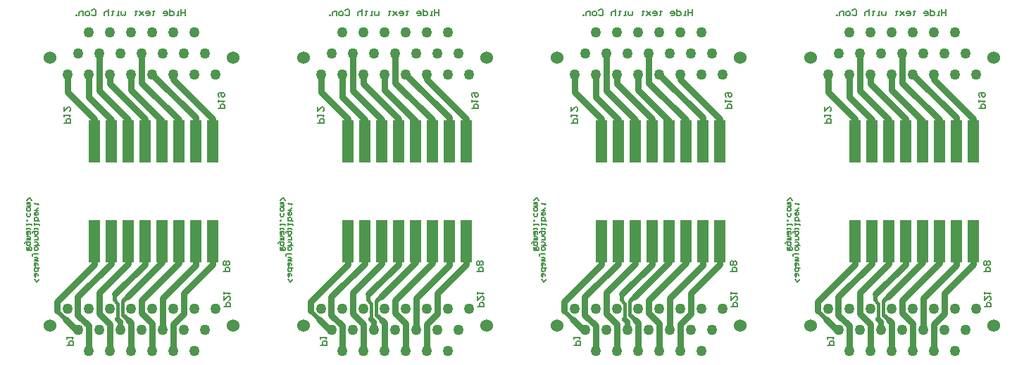
<source format=gbl>
%FSLAX24Y24*%
%MOIN*%
G70*
G01*
G75*
G04 Layer_Physical_Order=2*
G04 Layer_Color=16711680*
%ADD10R,0.0550X0.2000*%
%ADD11C,0.0300*%
%ADD12C,0.0050*%
%ADD13C,0.0200*%
%ADD14C,0.0150*%
%ADD15C,0.0250*%
%ADD16C,0.0600*%
%ADD17C,0.0500*%
D10*
X62460Y27840D02*
D03*
X63260D02*
D03*
X64060D02*
D03*
X64860D02*
D03*
X61660D02*
D03*
X60860D02*
D03*
X60060D02*
D03*
X59260D02*
D03*
X50460D02*
D03*
X51260D02*
D03*
X52060D02*
D03*
X52860D02*
D03*
X49660D02*
D03*
X48860D02*
D03*
X48060D02*
D03*
X47260D02*
D03*
X38460D02*
D03*
X39260D02*
D03*
X40060D02*
D03*
X40860D02*
D03*
X37660D02*
D03*
X36860D02*
D03*
X36060D02*
D03*
X35260D02*
D03*
X26460D02*
D03*
X27260D02*
D03*
X28060D02*
D03*
X28860D02*
D03*
X25660D02*
D03*
X24860D02*
D03*
X24060D02*
D03*
X23260D02*
D03*
Y32580D02*
D03*
X24060D02*
D03*
X24860D02*
D03*
X25660D02*
D03*
X26460D02*
D03*
X27260D02*
D03*
X28060D02*
D03*
X28860D02*
D03*
X35260D02*
D03*
X36060D02*
D03*
X36860D02*
D03*
X37660D02*
D03*
X38460D02*
D03*
X39260D02*
D03*
X40060D02*
D03*
X40860D02*
D03*
X47260D02*
D03*
X48060D02*
D03*
X48860D02*
D03*
X49660D02*
D03*
X50460D02*
D03*
X51260D02*
D03*
X52060D02*
D03*
X52860D02*
D03*
X59260D02*
D03*
X60060D02*
D03*
X60860D02*
D03*
X61660D02*
D03*
X62460D02*
D03*
X63260D02*
D03*
X64060D02*
D03*
X64860D02*
D03*
D11*
X57500Y25000D02*
X59260Y26760D01*
X57500Y24550D02*
Y25000D01*
X58490Y24350D02*
Y25220D01*
X59000Y23840D02*
X58490Y24350D01*
X59000Y22650D02*
Y23840D01*
X58400Y23650D02*
X57911Y24139D01*
X60000Y23910D02*
X59500Y24410D01*
X62000Y23940D02*
X61500Y24440D01*
X63000Y23920D02*
X63500Y24420D01*
X63000Y22650D02*
Y23920D01*
X59260Y27660D02*
X59270Y27670D01*
X59260Y26760D02*
Y27660D01*
X62000Y22650D02*
Y23940D01*
X60000Y22650D02*
Y23910D01*
X61660Y27660D02*
X61670Y27670D01*
X64860Y27660D02*
X64870Y27670D01*
X61000Y22650D02*
Y23990D01*
X60880Y24110D01*
X58490Y25220D02*
X60060Y26790D01*
Y27660D01*
X60870Y26800D02*
Y27670D01*
X63500Y24420D02*
Y25400D01*
X64860Y26760D01*
Y27660D01*
X62500Y23650D02*
Y25150D01*
X64070Y26720D01*
Y27670D01*
X61660Y26760D02*
Y27660D01*
X62470Y26870D02*
Y27670D01*
X63270Y26820D02*
Y27670D01*
X59500Y24410D02*
Y25430D01*
X60870Y26800D01*
X61500Y24440D02*
Y25050D01*
X63270Y26820D01*
X60830Y25230D02*
X62470Y26870D01*
X60240Y25340D02*
X61660Y26760D01*
X45500Y25000D02*
X47260Y26760D01*
X45500Y24550D02*
Y25000D01*
X46490Y24350D02*
Y25220D01*
X47000Y23840D02*
X46490Y24350D01*
X47000Y22650D02*
Y23840D01*
X46400Y23650D02*
X45911Y24139D01*
X48000Y23910D02*
X47500Y24410D01*
X50000Y23940D02*
X49500Y24440D01*
X51000Y23920D02*
X51500Y24420D01*
X51000Y22650D02*
Y23920D01*
X47260Y27660D02*
X47270Y27670D01*
X47260Y26760D02*
Y27660D01*
X50000Y22650D02*
Y23940D01*
X48000Y22650D02*
Y23910D01*
X49660Y27660D02*
X49670Y27670D01*
X52860Y27660D02*
X52870Y27670D01*
X49000Y22650D02*
Y23990D01*
X48880Y24110D01*
X46490Y25220D02*
X48060Y26790D01*
Y27660D01*
X48870Y26800D02*
Y27670D01*
X51500Y24420D02*
Y25400D01*
X52860Y26760D01*
Y27660D01*
X50500Y23650D02*
Y25150D01*
X52070Y26720D01*
Y27670D01*
X49660Y26760D02*
Y27660D01*
X50470Y26870D02*
Y27670D01*
X51270Y26820D02*
Y27670D01*
X47500Y24410D02*
Y25430D01*
X48870Y26800D01*
X49500Y24440D02*
Y25050D01*
X51270Y26820D01*
X48830Y25230D02*
X50470Y26870D01*
X48240Y25340D02*
X49660Y26760D01*
X33500Y25000D02*
X35260Y26760D01*
X33500Y24550D02*
Y25000D01*
X34490Y24350D02*
Y25220D01*
X35000Y23840D02*
X34490Y24350D01*
X35000Y22650D02*
Y23840D01*
X34400Y23650D02*
X33911Y24139D01*
X36000Y23910D02*
X35500Y24410D01*
X38000Y23940D02*
X37500Y24440D01*
X39000Y23920D02*
X39500Y24420D01*
X39000Y22650D02*
Y23920D01*
X35260Y27660D02*
X35270Y27670D01*
X35260Y26760D02*
Y27660D01*
X38000Y22650D02*
Y23940D01*
X36000Y22650D02*
Y23910D01*
X37660Y27660D02*
X37670Y27670D01*
X40860Y27660D02*
X40870Y27670D01*
X37000Y22650D02*
Y23990D01*
X36880Y24110D01*
X34490Y25220D02*
X36060Y26790D01*
Y27660D01*
X36870Y26800D02*
Y27670D01*
X39500Y24420D02*
Y25400D01*
X40860Y26760D01*
Y27660D01*
X38500Y23650D02*
Y25150D01*
X40070Y26720D01*
Y27670D01*
X37660Y26760D02*
Y27660D01*
X38470Y26870D02*
Y27670D01*
X39270Y26820D02*
Y27670D01*
X35500Y24410D02*
Y25430D01*
X36870Y26800D01*
X37500Y24440D02*
Y25050D01*
X39270Y26820D01*
X36830Y25230D02*
X38470Y26870D01*
X36240Y25340D02*
X37660Y26760D01*
X21500Y25000D02*
X23260Y26760D01*
X21500Y24550D02*
Y25000D01*
X22490Y24350D02*
Y25220D01*
X23000Y23840D02*
X22490Y24350D01*
X23000Y22650D02*
Y23840D01*
X22400Y23650D02*
X21911Y24139D01*
X24000Y23910D02*
X23500Y24410D01*
X26000Y23940D02*
X25500Y24440D01*
X27000Y23920D02*
X27500Y24420D01*
X27000Y22650D02*
Y23920D01*
X23260Y27660D02*
X23270Y27670D01*
X23260Y26760D02*
Y27660D01*
X26000Y22650D02*
Y23940D01*
X24000Y22650D02*
Y23910D01*
X25660Y27660D02*
X25670Y27670D01*
X28860Y27660D02*
X28870Y27670D01*
X25000Y22650D02*
Y23990D01*
X24880Y24110D01*
X22490Y25220D02*
X24060Y26790D01*
Y27660D01*
X24870Y26800D02*
Y27670D01*
X27500Y24420D02*
Y25400D01*
X28860Y26760D01*
Y27660D01*
X26500Y23650D02*
Y25150D01*
X28070Y26720D01*
Y27670D01*
X25660Y26760D02*
Y27660D01*
X26470Y26870D02*
Y27670D01*
X27270Y26820D02*
Y27670D01*
X23500Y24410D02*
Y25430D01*
X24870Y26800D01*
X25500Y24440D02*
Y25050D01*
X27270Y26820D01*
X24830Y25230D02*
X26470Y26870D01*
X24240Y25340D02*
X25660Y26760D01*
X23260Y33660D02*
Y32750D01*
X22000Y34920D02*
X23260Y33660D01*
X22000Y35770D02*
Y34920D01*
X25500Y36770D02*
Y35370D01*
X27260Y33610D02*
Y32750D01*
X25500Y35370D02*
X27260Y33610D01*
X23000Y35770D02*
Y34690D01*
X24060Y33630D01*
Y32750D01*
X23500Y36770D02*
Y34990D01*
X24860Y33630D01*
Y32750D01*
X24000Y35770D02*
Y35320D01*
X25660Y33660D01*
Y32750D01*
X25000Y35020D02*
X26460Y33560D01*
Y32750D01*
X28060Y33710D02*
Y32750D01*
X26000Y35770D02*
X28060Y33710D01*
X27000Y35770D02*
Y35520D01*
X28860Y33660D01*
Y32750D01*
X25000Y35770D02*
Y35020D01*
X35260Y33660D02*
Y32750D01*
X34000Y34920D02*
X35260Y33660D01*
X34000Y35770D02*
Y34920D01*
X37500Y36770D02*
Y35370D01*
X39260Y33610D02*
Y32750D01*
X37500Y35370D02*
X39260Y33610D01*
X35000Y35770D02*
Y34690D01*
X36060Y33630D01*
Y32750D01*
X35500Y36770D02*
Y34990D01*
X36860Y33630D01*
Y32750D01*
X36000Y35770D02*
Y35320D01*
X37660Y33660D01*
Y32750D01*
X37000Y35020D02*
X38460Y33560D01*
Y32750D01*
X40060Y33710D02*
Y32750D01*
X38000Y35770D02*
X40060Y33710D01*
X39000Y35770D02*
Y35520D01*
X40860Y33660D01*
Y32750D01*
X37000Y35770D02*
Y35020D01*
X47260Y33660D02*
Y32750D01*
X46000Y34920D02*
X47260Y33660D01*
X46000Y35770D02*
Y34920D01*
X49500Y36770D02*
Y35370D01*
X51260Y33610D02*
Y32750D01*
X49500Y35370D02*
X51260Y33610D01*
X47000Y35770D02*
Y34690D01*
X48060Y33630D01*
Y32750D01*
X47500Y36770D02*
Y34990D01*
X48860Y33630D01*
Y32750D01*
X48000Y35770D02*
Y35320D01*
X49660Y33660D01*
Y32750D01*
X49000Y35020D02*
X50460Y33560D01*
Y32750D01*
X52060Y33710D02*
Y32750D01*
X50000Y35770D02*
X52060Y33710D01*
X51000Y35770D02*
Y35520D01*
X52860Y33660D01*
Y32750D01*
X49000Y35770D02*
Y35020D01*
X59260Y33660D02*
Y32750D01*
X58000Y34920D02*
X59260Y33660D01*
X58000Y35770D02*
Y34920D01*
X61500Y36770D02*
Y35370D01*
X63260Y33610D02*
Y32750D01*
X61500Y35370D02*
X63260Y33610D01*
X59000Y35770D02*
Y34690D01*
X60060Y33630D01*
Y32750D01*
X59500Y36770D02*
Y34990D01*
X60860Y33630D01*
Y32750D01*
X60000Y35770D02*
Y35320D01*
X61660Y33660D01*
Y32750D01*
X61000Y35020D02*
X62460Y33560D01*
Y32750D01*
X64060Y33710D02*
Y32750D01*
X62000Y35770D02*
X64060Y33710D01*
X63000Y35770D02*
Y35520D01*
X64860Y33660D01*
Y32750D01*
X61000Y35770D02*
Y35020D01*
D12*
X65370Y26410D02*
X65670D01*
Y26560D01*
X65620Y26610D01*
X65520D01*
X65470Y26560D01*
Y26410D01*
X65620Y26710D02*
X65670Y26760D01*
Y26860D01*
X65620Y26910D01*
X65570D01*
X65520Y26860D01*
X65470Y26910D01*
X65420D01*
X65370Y26860D01*
Y26760D01*
X65420Y26710D01*
X65470D01*
X65520Y26760D01*
X65570Y26710D01*
X65620D01*
X65520Y26760D02*
Y26860D01*
X65400Y24740D02*
X65700D01*
Y24890D01*
X65650Y24940D01*
X65550D01*
X65500Y24890D01*
Y24740D01*
X65400Y25240D02*
Y25040D01*
X65600Y25240D01*
X65650D01*
X65700Y25190D01*
Y25090D01*
X65650Y25040D01*
X65400Y25340D02*
Y25440D01*
Y25390D01*
X65700D01*
X65650Y25340D01*
X57990Y22930D02*
X58290D01*
Y23080D01*
X58240Y23130D01*
X58140D01*
X58090Y23080D01*
Y22930D01*
X57990Y23230D02*
Y23330D01*
Y23280D01*
X58290D01*
X58240Y23230D01*
X56430Y26045D02*
X56555Y25920D01*
X56680Y26045D01*
X56597Y26212D02*
Y26295D01*
X56555Y26337D01*
X56430D01*
Y26212D01*
X56472Y26170D01*
X56513Y26212D01*
Y26337D01*
X56680Y26586D02*
X56430D01*
Y26461D01*
X56472Y26420D01*
X56555D01*
X56597Y26461D01*
Y26586D01*
Y26711D02*
Y26795D01*
X56555Y26836D01*
X56430D01*
Y26711D01*
X56472Y26670D01*
X56513Y26711D01*
Y26836D01*
X56430Y26920D02*
X56597D01*
Y26961D01*
X56555Y27003D01*
X56430D01*
X56555D01*
X56597Y27045D01*
X56555Y27086D01*
X56430D01*
X56347Y27170D02*
Y27211D01*
X56388Y27253D01*
X56597D01*
X56430Y27461D02*
Y27544D01*
X56472Y27586D01*
X56555D01*
X56597Y27544D01*
Y27461D01*
X56555Y27420D01*
X56472D01*
X56430Y27461D01*
X56680Y27669D02*
X56430D01*
X56555D01*
X56597Y27711D01*
Y27794D01*
X56555Y27836D01*
X56430D01*
Y27919D02*
X56597D01*
Y28044D01*
X56555Y28086D01*
X56430D01*
X56347Y28253D02*
Y28294D01*
X56388Y28336D01*
X56597D01*
Y28211D01*
X56555Y28169D01*
X56472D01*
X56430Y28211D01*
Y28336D01*
Y28419D02*
Y28503D01*
Y28461D01*
X56597D01*
Y28419D01*
X56430Y28627D02*
Y28711D01*
Y28669D01*
X56680D01*
Y28627D01*
Y28836D02*
X56430D01*
Y28961D01*
X56472Y29002D01*
X56513D01*
X56555D01*
X56597Y28961D01*
Y28836D01*
X56430Y29211D02*
Y29127D01*
X56472Y29086D01*
X56555D01*
X56597Y29127D01*
Y29211D01*
X56555Y29252D01*
X56513D01*
Y29086D01*
X56597Y29336D02*
X56430D01*
X56513D01*
X56555Y29377D01*
X56597Y29419D01*
Y29461D01*
X56638Y29627D02*
X56597D01*
Y29585D01*
Y29669D01*
Y29627D01*
X56472D01*
X56430Y29669D01*
X56153Y27535D02*
X56195D01*
Y27493D01*
X56153D01*
Y27535D01*
X56195Y27577D01*
X56278D01*
X56320Y27535D01*
Y27452D01*
X56278Y27410D01*
X56112D01*
X56070Y27452D01*
Y27577D01*
X55987Y27743D02*
Y27785D01*
X56028Y27827D01*
X56237D01*
Y27702D01*
X56195Y27660D01*
X56112D01*
X56070Y27702D01*
Y27827D01*
Y27910D02*
X56237D01*
Y27951D01*
X56195Y27993D01*
X56070D01*
X56195D01*
X56237Y28035D01*
X56195Y28076D01*
X56070D01*
X56237Y28201D02*
Y28285D01*
X56195Y28326D01*
X56070D01*
Y28201D01*
X56112Y28160D01*
X56153Y28201D01*
Y28326D01*
X56070Y28410D02*
Y28493D01*
Y28451D01*
X56237D01*
Y28410D01*
X56070Y28618D02*
Y28701D01*
Y28660D01*
X56320D01*
Y28618D01*
X56070Y28826D02*
X56112D01*
Y28868D01*
X56070D01*
Y28826D01*
X56237Y29201D02*
Y29076D01*
X56195Y29034D01*
X56112D01*
X56070Y29076D01*
Y29201D01*
Y29326D02*
Y29409D01*
X56112Y29451D01*
X56195D01*
X56237Y29409D01*
Y29326D01*
X56195Y29284D01*
X56112D01*
X56070Y29326D01*
Y29534D02*
X56237D01*
Y29576D01*
X56195Y29618D01*
X56070D01*
X56195D01*
X56237Y29659D01*
X56195Y29701D01*
X56070D01*
Y29784D02*
X56195Y29909D01*
X56320Y29784D01*
X53370Y26410D02*
X53670D01*
Y26560D01*
X53620Y26610D01*
X53520D01*
X53470Y26560D01*
Y26410D01*
X53620Y26710D02*
X53670Y26760D01*
Y26860D01*
X53620Y26910D01*
X53570D01*
X53520Y26860D01*
X53470Y26910D01*
X53420D01*
X53370Y26860D01*
Y26760D01*
X53420Y26710D01*
X53470D01*
X53520Y26760D01*
X53570Y26710D01*
X53620D01*
X53520Y26760D02*
Y26860D01*
X53400Y24740D02*
X53700D01*
Y24890D01*
X53650Y24940D01*
X53550D01*
X53500Y24890D01*
Y24740D01*
X53400Y25240D02*
Y25040D01*
X53600Y25240D01*
X53650D01*
X53700Y25190D01*
Y25090D01*
X53650Y25040D01*
X53400Y25340D02*
Y25440D01*
Y25390D01*
X53700D01*
X53650Y25340D01*
X45990Y22930D02*
X46290D01*
Y23080D01*
X46240Y23130D01*
X46140D01*
X46090Y23080D01*
Y22930D01*
X45990Y23230D02*
Y23330D01*
Y23280D01*
X46290D01*
X46240Y23230D01*
X44430Y26045D02*
X44555Y25920D01*
X44680Y26045D01*
X44597Y26212D02*
Y26295D01*
X44555Y26337D01*
X44430D01*
Y26212D01*
X44472Y26170D01*
X44513Y26212D01*
Y26337D01*
X44680Y26586D02*
X44430D01*
Y26461D01*
X44472Y26420D01*
X44555D01*
X44597Y26461D01*
Y26586D01*
Y26711D02*
Y26795D01*
X44555Y26836D01*
X44430D01*
Y26711D01*
X44472Y26670D01*
X44513Y26711D01*
Y26836D01*
X44430Y26920D02*
X44597D01*
Y26961D01*
X44555Y27003D01*
X44430D01*
X44555D01*
X44597Y27045D01*
X44555Y27086D01*
X44430D01*
X44347Y27170D02*
Y27211D01*
X44388Y27253D01*
X44597D01*
X44430Y27461D02*
Y27544D01*
X44472Y27586D01*
X44555D01*
X44597Y27544D01*
Y27461D01*
X44555Y27420D01*
X44472D01*
X44430Y27461D01*
X44680Y27669D02*
X44430D01*
X44555D01*
X44597Y27711D01*
Y27794D01*
X44555Y27836D01*
X44430D01*
Y27919D02*
X44597D01*
Y28044D01*
X44555Y28086D01*
X44430D01*
X44347Y28253D02*
Y28294D01*
X44388Y28336D01*
X44597D01*
Y28211D01*
X44555Y28169D01*
X44472D01*
X44430Y28211D01*
Y28336D01*
Y28419D02*
Y28503D01*
Y28461D01*
X44597D01*
Y28419D01*
X44430Y28627D02*
Y28711D01*
Y28669D01*
X44680D01*
Y28627D01*
Y28836D02*
X44430D01*
Y28961D01*
X44472Y29002D01*
X44513D01*
X44555D01*
X44597Y28961D01*
Y28836D01*
X44430Y29211D02*
Y29127D01*
X44472Y29086D01*
X44555D01*
X44597Y29127D01*
Y29211D01*
X44555Y29252D01*
X44513D01*
Y29086D01*
X44597Y29336D02*
X44430D01*
X44513D01*
X44555Y29377D01*
X44597Y29419D01*
Y29461D01*
X44638Y29627D02*
X44597D01*
Y29585D01*
Y29669D01*
Y29627D01*
X44472D01*
X44430Y29669D01*
X44153Y27535D02*
X44195D01*
Y27493D01*
X44153D01*
Y27535D01*
X44195Y27577D01*
X44278D01*
X44320Y27535D01*
Y27452D01*
X44278Y27410D01*
X44112D01*
X44070Y27452D01*
Y27577D01*
X43987Y27743D02*
Y27785D01*
X44028Y27827D01*
X44237D01*
Y27702D01*
X44195Y27660D01*
X44112D01*
X44070Y27702D01*
Y27827D01*
Y27910D02*
X44237D01*
Y27951D01*
X44195Y27993D01*
X44070D01*
X44195D01*
X44237Y28035D01*
X44195Y28076D01*
X44070D01*
X44237Y28201D02*
Y28285D01*
X44195Y28326D01*
X44070D01*
Y28201D01*
X44112Y28160D01*
X44153Y28201D01*
Y28326D01*
X44070Y28410D02*
Y28493D01*
Y28451D01*
X44237D01*
Y28410D01*
X44070Y28618D02*
Y28701D01*
Y28660D01*
X44320D01*
Y28618D01*
X44070Y28826D02*
X44112D01*
Y28868D01*
X44070D01*
Y28826D01*
X44237Y29201D02*
Y29076D01*
X44195Y29034D01*
X44112D01*
X44070Y29076D01*
Y29201D01*
Y29326D02*
Y29409D01*
X44112Y29451D01*
X44195D01*
X44237Y29409D01*
Y29326D01*
X44195Y29284D01*
X44112D01*
X44070Y29326D01*
Y29534D02*
X44237D01*
Y29576D01*
X44195Y29618D01*
X44070D01*
X44195D01*
X44237Y29659D01*
X44195Y29701D01*
X44070D01*
Y29784D02*
X44195Y29909D01*
X44320Y29784D01*
X41370Y26410D02*
X41670D01*
Y26560D01*
X41620Y26610D01*
X41520D01*
X41470Y26560D01*
Y26410D01*
X41620Y26710D02*
X41670Y26760D01*
Y26860D01*
X41620Y26910D01*
X41570D01*
X41520Y26860D01*
X41470Y26910D01*
X41420D01*
X41370Y26860D01*
Y26760D01*
X41420Y26710D01*
X41470D01*
X41520Y26760D01*
X41570Y26710D01*
X41620D01*
X41520Y26760D02*
Y26860D01*
X41400Y24740D02*
X41700D01*
Y24890D01*
X41650Y24940D01*
X41550D01*
X41500Y24890D01*
Y24740D01*
X41400Y25240D02*
Y25040D01*
X41600Y25240D01*
X41650D01*
X41700Y25190D01*
Y25090D01*
X41650Y25040D01*
X41400Y25340D02*
Y25440D01*
Y25390D01*
X41700D01*
X41650Y25340D01*
X33990Y22930D02*
X34290D01*
Y23080D01*
X34240Y23130D01*
X34140D01*
X34090Y23080D01*
Y22930D01*
X33990Y23230D02*
Y23330D01*
Y23280D01*
X34290D01*
X34240Y23230D01*
X32430Y26045D02*
X32555Y25920D01*
X32680Y26045D01*
X32597Y26212D02*
Y26295D01*
X32555Y26337D01*
X32430D01*
Y26212D01*
X32472Y26170D01*
X32513Y26212D01*
Y26337D01*
X32680Y26586D02*
X32430D01*
Y26461D01*
X32472Y26420D01*
X32555D01*
X32597Y26461D01*
Y26586D01*
Y26711D02*
Y26795D01*
X32555Y26836D01*
X32430D01*
Y26711D01*
X32472Y26670D01*
X32513Y26711D01*
Y26836D01*
X32430Y26920D02*
X32597D01*
Y26961D01*
X32555Y27003D01*
X32430D01*
X32555D01*
X32597Y27045D01*
X32555Y27086D01*
X32430D01*
X32347Y27170D02*
Y27211D01*
X32388Y27253D01*
X32597D01*
X32430Y27461D02*
Y27544D01*
X32472Y27586D01*
X32555D01*
X32597Y27544D01*
Y27461D01*
X32555Y27420D01*
X32472D01*
X32430Y27461D01*
X32680Y27669D02*
X32430D01*
X32555D01*
X32597Y27711D01*
Y27794D01*
X32555Y27836D01*
X32430D01*
Y27919D02*
X32597D01*
Y28044D01*
X32555Y28086D01*
X32430D01*
X32347Y28253D02*
Y28294D01*
X32388Y28336D01*
X32597D01*
Y28211D01*
X32555Y28169D01*
X32472D01*
X32430Y28211D01*
Y28336D01*
Y28419D02*
Y28503D01*
Y28461D01*
X32597D01*
Y28419D01*
X32430Y28627D02*
Y28711D01*
Y28669D01*
X32680D01*
Y28627D01*
Y28836D02*
X32430D01*
Y28961D01*
X32472Y29002D01*
X32513D01*
X32555D01*
X32597Y28961D01*
Y28836D01*
X32430Y29211D02*
Y29127D01*
X32472Y29086D01*
X32555D01*
X32597Y29127D01*
Y29211D01*
X32555Y29252D01*
X32513D01*
Y29086D01*
X32597Y29336D02*
X32430D01*
X32513D01*
X32555Y29377D01*
X32597Y29419D01*
Y29461D01*
X32638Y29627D02*
X32597D01*
Y29585D01*
Y29669D01*
Y29627D01*
X32472D01*
X32430Y29669D01*
X32153Y27535D02*
X32195D01*
Y27493D01*
X32153D01*
Y27535D01*
X32195Y27577D01*
X32278D01*
X32320Y27535D01*
Y27452D01*
X32278Y27410D01*
X32112D01*
X32070Y27452D01*
Y27577D01*
X31987Y27743D02*
Y27785D01*
X32028Y27827D01*
X32237D01*
Y27702D01*
X32195Y27660D01*
X32112D01*
X32070Y27702D01*
Y27827D01*
Y27910D02*
X32237D01*
Y27951D01*
X32195Y27993D01*
X32070D01*
X32195D01*
X32237Y28035D01*
X32195Y28076D01*
X32070D01*
X32237Y28201D02*
Y28285D01*
X32195Y28326D01*
X32070D01*
Y28201D01*
X32112Y28160D01*
X32153Y28201D01*
Y28326D01*
X32070Y28410D02*
Y28493D01*
Y28451D01*
X32237D01*
Y28410D01*
X32070Y28618D02*
Y28701D01*
Y28660D01*
X32320D01*
Y28618D01*
X32070Y28826D02*
X32112D01*
Y28868D01*
X32070D01*
Y28826D01*
X32237Y29201D02*
Y29076D01*
X32195Y29034D01*
X32112D01*
X32070Y29076D01*
Y29201D01*
Y29326D02*
Y29409D01*
X32112Y29451D01*
X32195D01*
X32237Y29409D01*
Y29326D01*
X32195Y29284D01*
X32112D01*
X32070Y29326D01*
Y29534D02*
X32237D01*
Y29576D01*
X32195Y29618D01*
X32070D01*
X32195D01*
X32237Y29659D01*
X32195Y29701D01*
X32070D01*
Y29784D02*
X32195Y29909D01*
X32320Y29784D01*
X29370Y26410D02*
X29670D01*
Y26560D01*
X29620Y26610D01*
X29520D01*
X29470Y26560D01*
Y26410D01*
X29620Y26710D02*
X29670Y26760D01*
Y26860D01*
X29620Y26910D01*
X29570D01*
X29520Y26860D01*
X29470Y26910D01*
X29420D01*
X29370Y26860D01*
Y26760D01*
X29420Y26710D01*
X29470D01*
X29520Y26760D01*
X29570Y26710D01*
X29620D01*
X29520Y26760D02*
Y26860D01*
X29400Y24740D02*
X29700D01*
Y24890D01*
X29650Y24940D01*
X29550D01*
X29500Y24890D01*
Y24740D01*
X29400Y25240D02*
Y25040D01*
X29600Y25240D01*
X29650D01*
X29700Y25190D01*
Y25090D01*
X29650Y25040D01*
X29400Y25340D02*
Y25440D01*
Y25390D01*
X29700D01*
X29650Y25340D01*
X21990Y22930D02*
X22290D01*
Y23080D01*
X22240Y23130D01*
X22140D01*
X22090Y23080D01*
Y22930D01*
X21990Y23230D02*
Y23330D01*
Y23280D01*
X22290D01*
X22240Y23230D01*
X20430Y26045D02*
X20555Y25920D01*
X20680Y26045D01*
X20597Y26212D02*
Y26295D01*
X20555Y26337D01*
X20430D01*
Y26212D01*
X20472Y26170D01*
X20513Y26212D01*
Y26337D01*
X20680Y26586D02*
X20430D01*
Y26461D01*
X20472Y26420D01*
X20555D01*
X20597Y26461D01*
Y26586D01*
Y26711D02*
Y26795D01*
X20555Y26836D01*
X20430D01*
Y26711D01*
X20472Y26670D01*
X20513Y26711D01*
Y26836D01*
X20430Y26920D02*
X20597D01*
Y26961D01*
X20555Y27003D01*
X20430D01*
X20555D01*
X20597Y27045D01*
X20555Y27086D01*
X20430D01*
X20347Y27170D02*
Y27211D01*
X20388Y27253D01*
X20597D01*
X20430Y27461D02*
Y27544D01*
X20472Y27586D01*
X20555D01*
X20597Y27544D01*
Y27461D01*
X20555Y27420D01*
X20472D01*
X20430Y27461D01*
X20680Y27669D02*
X20430D01*
X20555D01*
X20597Y27711D01*
Y27794D01*
X20555Y27836D01*
X20430D01*
Y27919D02*
X20597D01*
Y28044D01*
X20555Y28086D01*
X20430D01*
X20347Y28253D02*
Y28294D01*
X20388Y28336D01*
X20597D01*
Y28211D01*
X20555Y28169D01*
X20472D01*
X20430Y28211D01*
Y28336D01*
Y28419D02*
Y28503D01*
Y28461D01*
X20597D01*
Y28419D01*
X20430Y28627D02*
Y28711D01*
Y28669D01*
X20680D01*
Y28627D01*
Y28836D02*
X20430D01*
Y28961D01*
X20472Y29002D01*
X20513D01*
X20555D01*
X20597Y28961D01*
Y28836D01*
X20430Y29211D02*
Y29127D01*
X20472Y29086D01*
X20555D01*
X20597Y29127D01*
Y29211D01*
X20555Y29252D01*
X20513D01*
Y29086D01*
X20597Y29336D02*
X20430D01*
X20513D01*
X20555Y29377D01*
X20597Y29419D01*
Y29461D01*
X20638Y29627D02*
X20597D01*
Y29585D01*
Y29669D01*
Y29627D01*
X20472D01*
X20430Y29669D01*
X20153Y27535D02*
X20195D01*
Y27493D01*
X20153D01*
Y27535D01*
X20195Y27577D01*
X20278D01*
X20320Y27535D01*
Y27452D01*
X20278Y27410D01*
X20112D01*
X20070Y27452D01*
Y27577D01*
X19987Y27743D02*
Y27785D01*
X20028Y27827D01*
X20237D01*
Y27702D01*
X20195Y27660D01*
X20112D01*
X20070Y27702D01*
Y27827D01*
Y27910D02*
X20237D01*
Y27951D01*
X20195Y27993D01*
X20070D01*
X20195D01*
X20237Y28035D01*
X20195Y28076D01*
X20070D01*
X20237Y28201D02*
Y28285D01*
X20195Y28326D01*
X20070D01*
Y28201D01*
X20112Y28160D01*
X20153Y28201D01*
Y28326D01*
X20070Y28410D02*
Y28493D01*
Y28451D01*
X20237D01*
Y28410D01*
X20070Y28618D02*
Y28701D01*
Y28660D01*
X20320D01*
Y28618D01*
X20070Y28826D02*
X20112D01*
Y28868D01*
X20070D01*
Y28826D01*
X20237Y29201D02*
Y29076D01*
X20195Y29034D01*
X20112D01*
X20070Y29076D01*
Y29201D01*
Y29326D02*
Y29409D01*
X20112Y29451D01*
X20195D01*
X20237Y29409D01*
Y29326D01*
X20195Y29284D01*
X20112D01*
X20070Y29326D01*
Y29534D02*
X20237D01*
Y29576D01*
X20195Y29618D01*
X20070D01*
X20195D01*
X20237Y29659D01*
X20195Y29701D01*
X20070D01*
Y29784D02*
X20195Y29909D01*
X20320Y29784D01*
X29140Y34140D02*
X29440D01*
Y34290D01*
X29390Y34340D01*
X29290D01*
X29240Y34290D01*
Y34140D01*
X29140Y34440D02*
Y34540D01*
Y34490D01*
X29440D01*
X29390Y34440D01*
X29190Y34690D02*
X29140Y34740D01*
Y34840D01*
X29190Y34890D01*
X29390D01*
X29440Y34840D01*
Y34740D01*
X29390Y34690D01*
X29340D01*
X29290Y34740D01*
Y34890D01*
X21850Y33460D02*
X22150D01*
Y33610D01*
X22100Y33660D01*
X22000D01*
X21950Y33610D01*
Y33460D01*
X21850Y33760D02*
Y33860D01*
Y33810D01*
X22150D01*
X22100Y33760D01*
X21850Y34210D02*
Y34010D01*
X22050Y34210D01*
X22100D01*
X22150Y34160D01*
Y34060D01*
X22100Y34010D01*
X27590Y38850D02*
Y38550D01*
Y38700D01*
X27390D01*
Y38850D01*
Y38550D01*
X27290D02*
X27190D01*
X27240D01*
Y38750D01*
X27290D01*
X26840Y38850D02*
Y38550D01*
X26990D01*
X27040Y38600D01*
Y38700D01*
X26990Y38750D01*
X26840D01*
X26590Y38550D02*
X26690D01*
X26740Y38600D01*
Y38700D01*
X26690Y38750D01*
X26590D01*
X26540Y38700D01*
Y38650D01*
X26740D01*
X26090Y38800D02*
Y38750D01*
X26140D01*
X26040D01*
X26090D01*
Y38600D01*
X26040Y38550D01*
X25741D02*
X25841D01*
X25891Y38600D01*
Y38700D01*
X25841Y38750D01*
X25741D01*
X25691Y38700D01*
Y38650D01*
X25891D01*
X25591Y38750D02*
X25391Y38550D01*
X25491Y38650D01*
X25391Y38750D01*
X25591Y38550D01*
X25241Y38800D02*
Y38750D01*
X25291D01*
X25191D01*
X25241D01*
Y38600D01*
X25191Y38550D01*
X24741Y38750D02*
Y38600D01*
X24691Y38550D01*
X24641Y38600D01*
X24591Y38550D01*
X24541Y38600D01*
Y38750D01*
X24441Y38550D02*
X24341D01*
X24391D01*
Y38750D01*
X24441D01*
X24141Y38800D02*
Y38750D01*
X24191D01*
X24091D01*
X24141D01*
Y38600D01*
X24091Y38550D01*
X23941Y38850D02*
Y38550D01*
Y38700D01*
X23891Y38750D01*
X23791D01*
X23741Y38700D01*
Y38550D01*
X23141Y38800D02*
X23191Y38850D01*
X23291D01*
X23341Y38800D01*
Y38600D01*
X23291Y38550D01*
X23191D01*
X23141Y38600D01*
X22991Y38550D02*
X22892D01*
X22842Y38600D01*
Y38700D01*
X22892Y38750D01*
X22991D01*
X23041Y38700D01*
Y38600D01*
X22991Y38550D01*
X22742D02*
Y38750D01*
X22592D01*
X22542Y38700D01*
Y38550D01*
X22442D02*
Y38600D01*
X22392D01*
Y38550D01*
X22442D01*
X41140Y34140D02*
X41440D01*
Y34290D01*
X41390Y34340D01*
X41290D01*
X41240Y34290D01*
Y34140D01*
X41140Y34440D02*
Y34540D01*
Y34490D01*
X41440D01*
X41390Y34440D01*
X41190Y34690D02*
X41140Y34740D01*
Y34840D01*
X41190Y34890D01*
X41390D01*
X41440Y34840D01*
Y34740D01*
X41390Y34690D01*
X41340D01*
X41290Y34740D01*
Y34890D01*
X33850Y33460D02*
X34150D01*
Y33610D01*
X34100Y33660D01*
X34000D01*
X33950Y33610D01*
Y33460D01*
X33850Y33760D02*
Y33860D01*
Y33810D01*
X34150D01*
X34100Y33760D01*
X33850Y34210D02*
Y34010D01*
X34050Y34210D01*
X34100D01*
X34150Y34160D01*
Y34060D01*
X34100Y34010D01*
X39590Y38850D02*
Y38550D01*
Y38700D01*
X39390D01*
Y38850D01*
Y38550D01*
X39290D02*
X39190D01*
X39240D01*
Y38750D01*
X39290D01*
X38840Y38850D02*
Y38550D01*
X38990D01*
X39040Y38600D01*
Y38700D01*
X38990Y38750D01*
X38840D01*
X38590Y38550D02*
X38690D01*
X38740Y38600D01*
Y38700D01*
X38690Y38750D01*
X38590D01*
X38540Y38700D01*
Y38650D01*
X38740D01*
X38090Y38800D02*
Y38750D01*
X38140D01*
X38040D01*
X38090D01*
Y38600D01*
X38040Y38550D01*
X37741D02*
X37841D01*
X37891Y38600D01*
Y38700D01*
X37841Y38750D01*
X37741D01*
X37691Y38700D01*
Y38650D01*
X37891D01*
X37591Y38750D02*
X37391Y38550D01*
X37491Y38650D01*
X37391Y38750D01*
X37591Y38550D01*
X37241Y38800D02*
Y38750D01*
X37291D01*
X37191D01*
X37241D01*
Y38600D01*
X37191Y38550D01*
X36741Y38750D02*
Y38600D01*
X36691Y38550D01*
X36641Y38600D01*
X36591Y38550D01*
X36541Y38600D01*
Y38750D01*
X36441Y38550D02*
X36341D01*
X36391D01*
Y38750D01*
X36441D01*
X36141Y38800D02*
Y38750D01*
X36191D01*
X36091D01*
X36141D01*
Y38600D01*
X36091Y38550D01*
X35941Y38850D02*
Y38550D01*
Y38700D01*
X35891Y38750D01*
X35791D01*
X35741Y38700D01*
Y38550D01*
X35141Y38800D02*
X35191Y38850D01*
X35291D01*
X35341Y38800D01*
Y38600D01*
X35291Y38550D01*
X35191D01*
X35141Y38600D01*
X34991Y38550D02*
X34892D01*
X34842Y38600D01*
Y38700D01*
X34892Y38750D01*
X34991D01*
X35041Y38700D01*
Y38600D01*
X34991Y38550D01*
X34742D02*
Y38750D01*
X34592D01*
X34542Y38700D01*
Y38550D01*
X34442D02*
Y38600D01*
X34392D01*
Y38550D01*
X34442D01*
X53140Y34140D02*
X53440D01*
Y34290D01*
X53390Y34340D01*
X53290D01*
X53240Y34290D01*
Y34140D01*
X53140Y34440D02*
Y34540D01*
Y34490D01*
X53440D01*
X53390Y34440D01*
X53190Y34690D02*
X53140Y34740D01*
Y34840D01*
X53190Y34890D01*
X53390D01*
X53440Y34840D01*
Y34740D01*
X53390Y34690D01*
X53340D01*
X53290Y34740D01*
Y34890D01*
X45850Y33460D02*
X46150D01*
Y33610D01*
X46100Y33660D01*
X46000D01*
X45950Y33610D01*
Y33460D01*
X45850Y33760D02*
Y33860D01*
Y33810D01*
X46150D01*
X46100Y33760D01*
X45850Y34210D02*
Y34010D01*
X46050Y34210D01*
X46100D01*
X46150Y34160D01*
Y34060D01*
X46100Y34010D01*
X51590Y38850D02*
Y38550D01*
Y38700D01*
X51390D01*
Y38850D01*
Y38550D01*
X51290D02*
X51190D01*
X51240D01*
Y38750D01*
X51290D01*
X50840Y38850D02*
Y38550D01*
X50990D01*
X51040Y38600D01*
Y38700D01*
X50990Y38750D01*
X50840D01*
X50590Y38550D02*
X50690D01*
X50740Y38600D01*
Y38700D01*
X50690Y38750D01*
X50590D01*
X50540Y38700D01*
Y38650D01*
X50740D01*
X50090Y38800D02*
Y38750D01*
X50140D01*
X50040D01*
X50090D01*
Y38600D01*
X50040Y38550D01*
X49741D02*
X49841D01*
X49891Y38600D01*
Y38700D01*
X49841Y38750D01*
X49741D01*
X49691Y38700D01*
Y38650D01*
X49891D01*
X49591Y38750D02*
X49391Y38550D01*
X49491Y38650D01*
X49391Y38750D01*
X49591Y38550D01*
X49241Y38800D02*
Y38750D01*
X49291D01*
X49191D01*
X49241D01*
Y38600D01*
X49191Y38550D01*
X48741Y38750D02*
Y38600D01*
X48691Y38550D01*
X48641Y38600D01*
X48591Y38550D01*
X48541Y38600D01*
Y38750D01*
X48441Y38550D02*
X48341D01*
X48391D01*
Y38750D01*
X48441D01*
X48141Y38800D02*
Y38750D01*
X48191D01*
X48091D01*
X48141D01*
Y38600D01*
X48091Y38550D01*
X47941Y38850D02*
Y38550D01*
Y38700D01*
X47891Y38750D01*
X47791D01*
X47741Y38700D01*
Y38550D01*
X47141Y38800D02*
X47191Y38850D01*
X47291D01*
X47341Y38800D01*
Y38600D01*
X47291Y38550D01*
X47191D01*
X47141Y38600D01*
X46991Y38550D02*
X46892D01*
X46842Y38600D01*
Y38700D01*
X46892Y38750D01*
X46991D01*
X47041Y38700D01*
Y38600D01*
X46991Y38550D01*
X46742D02*
Y38750D01*
X46592D01*
X46542Y38700D01*
Y38550D01*
X46442D02*
Y38600D01*
X46392D01*
Y38550D01*
X46442D01*
X65140Y34140D02*
X65440D01*
Y34290D01*
X65390Y34340D01*
X65290D01*
X65240Y34290D01*
Y34140D01*
X65140Y34440D02*
Y34540D01*
Y34490D01*
X65440D01*
X65390Y34440D01*
X65190Y34690D02*
X65140Y34740D01*
Y34840D01*
X65190Y34890D01*
X65390D01*
X65440Y34840D01*
Y34740D01*
X65390Y34690D01*
X65340D01*
X65290Y34740D01*
Y34890D01*
X57850Y33460D02*
X58150D01*
Y33610D01*
X58100Y33660D01*
X58000D01*
X57950Y33610D01*
Y33460D01*
X57850Y33760D02*
Y33860D01*
Y33810D01*
X58150D01*
X58100Y33760D01*
X57850Y34210D02*
Y34010D01*
X58050Y34210D01*
X58100D01*
X58150Y34160D01*
Y34060D01*
X58100Y34010D01*
X63590Y38850D02*
Y38550D01*
Y38700D01*
X63390D01*
Y38850D01*
Y38550D01*
X63290D02*
X63190D01*
X63240D01*
Y38750D01*
X63290D01*
X62840Y38850D02*
Y38550D01*
X62990D01*
X63040Y38600D01*
Y38700D01*
X62990Y38750D01*
X62840D01*
X62590Y38550D02*
X62690D01*
X62740Y38600D01*
Y38700D01*
X62690Y38750D01*
X62590D01*
X62540Y38700D01*
Y38650D01*
X62740D01*
X62090Y38800D02*
Y38750D01*
X62140D01*
X62041D01*
X62090D01*
Y38600D01*
X62041Y38550D01*
X61741D02*
X61841D01*
X61891Y38600D01*
Y38700D01*
X61841Y38750D01*
X61741D01*
X61691Y38700D01*
Y38650D01*
X61891D01*
X61591Y38750D02*
X61391Y38550D01*
X61491Y38650D01*
X61391Y38750D01*
X61591Y38550D01*
X61241Y38800D02*
Y38750D01*
X61291D01*
X61191D01*
X61241D01*
Y38600D01*
X61191Y38550D01*
X60741Y38750D02*
Y38600D01*
X60691Y38550D01*
X60641Y38600D01*
X60591Y38550D01*
X60541Y38600D01*
Y38750D01*
X60441Y38550D02*
X60341D01*
X60391D01*
Y38750D01*
X60441D01*
X60141Y38800D02*
Y38750D01*
X60191D01*
X60091D01*
X60141D01*
Y38600D01*
X60091Y38550D01*
X59941Y38850D02*
Y38550D01*
Y38700D01*
X59891Y38750D01*
X59791D01*
X59741Y38700D01*
Y38550D01*
X59141Y38800D02*
X59191Y38850D01*
X59291D01*
X59341Y38800D01*
Y38600D01*
X59291Y38550D01*
X59191D01*
X59141Y38600D01*
X58991Y38550D02*
X58892D01*
X58842Y38600D01*
Y38700D01*
X58892Y38750D01*
X58991D01*
X59041Y38700D01*
Y38600D01*
X58991Y38550D01*
X58742D02*
Y38750D01*
X58592D01*
X58542Y38700D01*
Y38550D01*
X58442D02*
Y38600D01*
X58392D01*
Y38550D01*
X58442D01*
D13*
X57911Y24139D02*
X57500Y24550D01*
X58400Y23650D02*
X58500D01*
X60240Y25050D02*
Y25340D01*
X60640Y25030D02*
X60830Y25220D01*
Y25230D01*
X60800Y24180D02*
X60660Y24320D01*
X60390Y24140D02*
Y24230D01*
X45911Y24139D02*
X45500Y24550D01*
X46400Y23650D02*
X46500D01*
X48240Y25050D02*
Y25340D01*
X48640Y25030D02*
X48830Y25220D01*
Y25230D01*
X48800Y24180D02*
X48660Y24320D01*
X48390Y24140D02*
Y24230D01*
X33911Y24139D02*
X33500Y24550D01*
X34400Y23650D02*
X34500D01*
X36240Y25050D02*
Y25340D01*
X36640Y25030D02*
X36830Y25220D01*
Y25230D01*
X36800Y24180D02*
X36660Y24320D01*
X36390Y24140D02*
Y24230D01*
X21911Y24139D02*
X21500Y24550D01*
X22400Y23650D02*
X22500D01*
X24240Y25050D02*
Y25340D01*
X24640Y25030D02*
X24830Y25220D01*
Y25230D01*
X24800Y24180D02*
X24660Y24320D01*
X24390Y24140D02*
Y24230D01*
D14*
X60615Y25005D02*
X60640Y25030D01*
X60390Y24900D02*
X60240Y25050D01*
X60390Y24230D02*
Y24900D01*
X60660Y24320D02*
X60615Y24365D01*
Y25005D01*
X48615D02*
X48640Y25030D01*
X48390Y24900D02*
X48240Y25050D01*
X48390Y24230D02*
Y24900D01*
X48660Y24320D02*
X48615Y24365D01*
Y25005D01*
X36615D02*
X36640Y25030D01*
X36390Y24900D02*
X36240Y25050D01*
X36390Y24230D02*
Y24900D01*
X36660Y24320D02*
X36615Y24365D01*
Y25005D01*
X24615D02*
X24640Y25030D01*
X24390Y24900D02*
X24240Y25050D01*
X24390Y24230D02*
Y24900D01*
X24660Y24320D02*
X24615Y24365D01*
Y25005D01*
D15*
X60500Y23650D02*
Y24030D01*
X60390Y24140D01*
X48500Y23650D02*
Y24030D01*
X48390Y24140D01*
X36500Y23650D02*
Y24030D01*
X36390Y24140D01*
X24500Y23650D02*
Y24030D01*
X24390Y24140D01*
D16*
X65830Y23850D02*
D03*
X57170D02*
D03*
X53830D02*
D03*
X45170D02*
D03*
X41830D02*
D03*
X33170D02*
D03*
X29830D02*
D03*
X21170D02*
D03*
X29830Y36570D02*
D03*
X21170D02*
D03*
X41830D02*
D03*
X33170D02*
D03*
X53830D02*
D03*
X45170D02*
D03*
X65830D02*
D03*
X57170D02*
D03*
D17*
X64000Y22650D02*
D03*
X63000D02*
D03*
X62000D02*
D03*
X61000D02*
D03*
X60000D02*
D03*
X59000D02*
D03*
X64500Y23650D02*
D03*
X63500D02*
D03*
X62500D02*
D03*
X61500D02*
D03*
X60500D02*
D03*
X59500D02*
D03*
X65000Y24650D02*
D03*
X64000D02*
D03*
X63000D02*
D03*
X62000D02*
D03*
X61000D02*
D03*
X60000D02*
D03*
X59000D02*
D03*
X58000D02*
D03*
X58500Y23650D02*
D03*
X52000Y22650D02*
D03*
X51000D02*
D03*
X50000D02*
D03*
X49000D02*
D03*
X48000D02*
D03*
X47000D02*
D03*
X52500Y23650D02*
D03*
X51500D02*
D03*
X50500D02*
D03*
X49500D02*
D03*
X48500D02*
D03*
X47500D02*
D03*
X53000Y24650D02*
D03*
X52000D02*
D03*
X51000D02*
D03*
X50000D02*
D03*
X49000D02*
D03*
X48000D02*
D03*
X47000D02*
D03*
X46000D02*
D03*
X46500Y23650D02*
D03*
X40000Y22650D02*
D03*
X39000D02*
D03*
X38000D02*
D03*
X37000D02*
D03*
X36000D02*
D03*
X35000D02*
D03*
X40500Y23650D02*
D03*
X39500D02*
D03*
X38500D02*
D03*
X37500D02*
D03*
X36500D02*
D03*
X35500D02*
D03*
X41000Y24650D02*
D03*
X40000D02*
D03*
X39000D02*
D03*
X38000D02*
D03*
X37000D02*
D03*
X36000D02*
D03*
X35000D02*
D03*
X34000D02*
D03*
X34500Y23650D02*
D03*
X28000Y22650D02*
D03*
X27000D02*
D03*
X26000D02*
D03*
X25000D02*
D03*
X24000D02*
D03*
X23000D02*
D03*
X28500Y23650D02*
D03*
X27500D02*
D03*
X26500D02*
D03*
X25500D02*
D03*
X24500D02*
D03*
X23500D02*
D03*
X29000Y24650D02*
D03*
X28000D02*
D03*
X27000D02*
D03*
X26000D02*
D03*
X25000D02*
D03*
X24000D02*
D03*
X23000D02*
D03*
X22000D02*
D03*
X22500Y23650D02*
D03*
X28000Y37770D02*
D03*
X27000D02*
D03*
X26000D02*
D03*
X25000D02*
D03*
X24000D02*
D03*
X23000D02*
D03*
X28500Y36770D02*
D03*
X27500D02*
D03*
X26500D02*
D03*
X25500D02*
D03*
X24500D02*
D03*
X23500D02*
D03*
X29000Y35770D02*
D03*
X28000D02*
D03*
X27000D02*
D03*
X26000D02*
D03*
X25000D02*
D03*
X24000D02*
D03*
X23000D02*
D03*
X22000D02*
D03*
X22500Y36770D02*
D03*
X40000Y37770D02*
D03*
X39000D02*
D03*
X38000D02*
D03*
X37000D02*
D03*
X36000D02*
D03*
X35000D02*
D03*
X40500Y36770D02*
D03*
X39500D02*
D03*
X38500D02*
D03*
X37500D02*
D03*
X36500D02*
D03*
X35500D02*
D03*
X41000Y35770D02*
D03*
X40000D02*
D03*
X39000D02*
D03*
X38000D02*
D03*
X37000D02*
D03*
X36000D02*
D03*
X35000D02*
D03*
X34000D02*
D03*
X34500Y36770D02*
D03*
X52000Y37770D02*
D03*
X51000D02*
D03*
X50000D02*
D03*
X49000D02*
D03*
X48000D02*
D03*
X47000D02*
D03*
X52500Y36770D02*
D03*
X51500D02*
D03*
X50500D02*
D03*
X49500D02*
D03*
X48500D02*
D03*
X47500D02*
D03*
X53000Y35770D02*
D03*
X52000D02*
D03*
X51000D02*
D03*
X50000D02*
D03*
X49000D02*
D03*
X48000D02*
D03*
X47000D02*
D03*
X46000D02*
D03*
X46500Y36770D02*
D03*
X64000Y37770D02*
D03*
X63000D02*
D03*
X62000D02*
D03*
X61000D02*
D03*
X60000D02*
D03*
X59000D02*
D03*
X64500Y36770D02*
D03*
X63500D02*
D03*
X62500D02*
D03*
X61500D02*
D03*
X60500D02*
D03*
X59500D02*
D03*
X65000Y35770D02*
D03*
X64000D02*
D03*
X63000D02*
D03*
X62000D02*
D03*
X61000D02*
D03*
X60000D02*
D03*
X59000D02*
D03*
X58000D02*
D03*
X58500Y36770D02*
D03*
M02*

</source>
